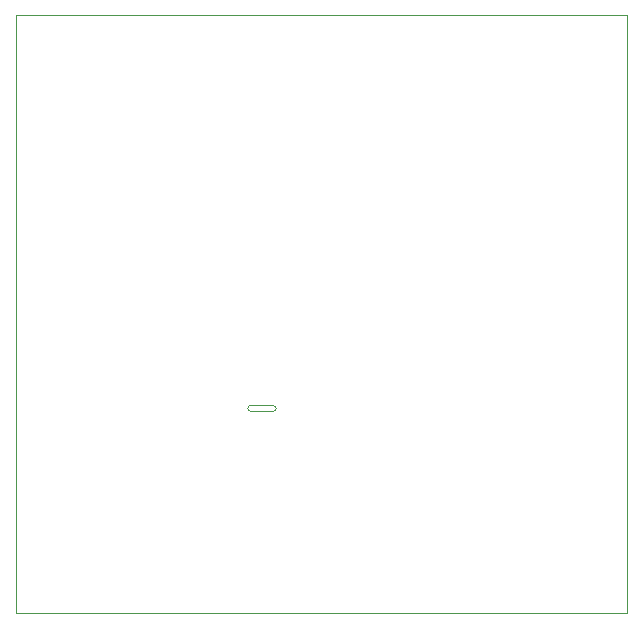
<source format=gbr>
%TF.GenerationSoftware,KiCad,Pcbnew,(5.1.10)-1*%
%TF.CreationDate,2022-02-13T15:16:37-05:00*%
%TF.ProjectId,wristband,77726973-7462-4616-9e64-2e6b69636164,rev?*%
%TF.SameCoordinates,Original*%
%TF.FileFunction,Profile,NP*%
%FSLAX46Y46*%
G04 Gerber Fmt 4.6, Leading zero omitted, Abs format (unit mm)*
G04 Created by KiCad (PCBNEW (5.1.10)-1) date 2022-02-13 15:16:37*
%MOMM*%
%LPD*%
G01*
G04 APERTURE LIST*
%TA.AperFunction,Profile*%
%ADD10C,0.050000*%
%TD*%
%TA.AperFunction,Profile*%
%ADD11C,0.010000*%
%TD*%
G04 APERTURE END LIST*
D10*
X86000000Y-116200000D02*
X86000000Y-65600000D01*
X137800000Y-116200000D02*
X86000000Y-116200000D01*
X137800000Y-65600000D02*
X137800000Y-116200000D01*
X86000000Y-65600000D02*
X137800000Y-65600000D01*
D11*
%TO.C,P1*%
X105900000Y-98650000D02*
X107800000Y-98650000D01*
X107800000Y-99150000D02*
X105900000Y-99150000D01*
X105900000Y-99150000D02*
G75*
G02*
X105650000Y-98900000I0J250000D01*
G01*
X108050000Y-98900000D02*
G75*
G02*
X107800000Y-99150000I-250000J0D01*
G01*
X107800000Y-98650000D02*
G75*
G02*
X108050000Y-98900000I0J-250000D01*
G01*
X105650000Y-98900000D02*
G75*
G02*
X105900000Y-98650000I250000J0D01*
G01*
%TD*%
M02*

</source>
